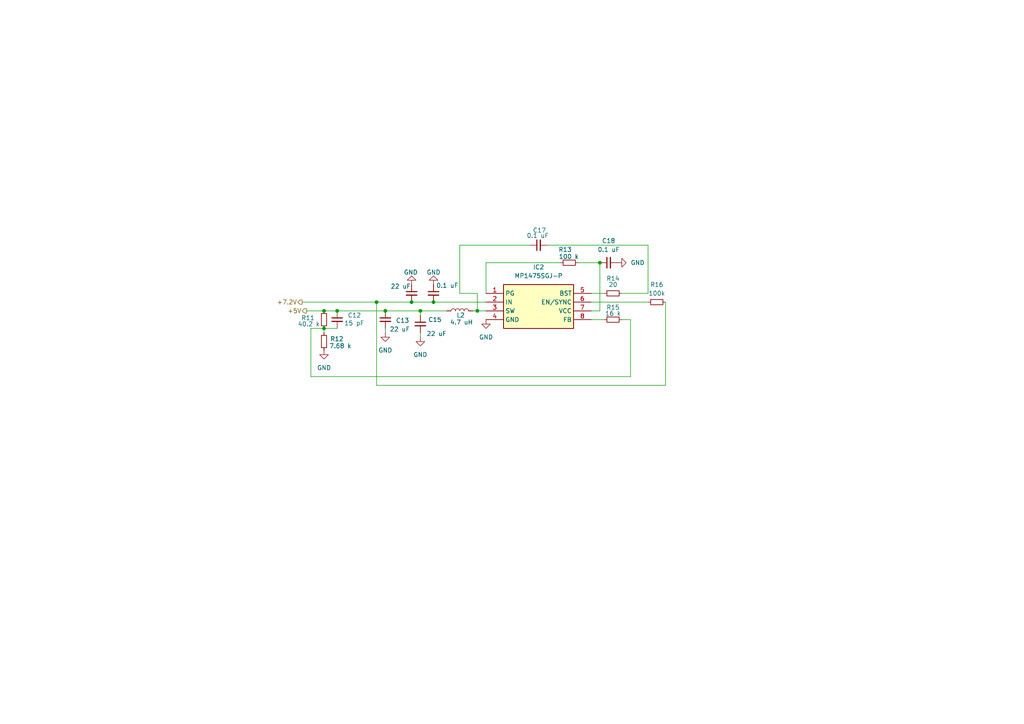
<source format=kicad_sch>
(kicad_sch (version 20231120) (generator "eeschema") (generator_version "8.0")
  (paper "A4")
  (lib_symbols
    (symbol "Device:C_Small" (pin_numbers hide) (pin_names (offset 0.254) hide)
      (property "Reference" "C" (at 0.254 1.778 0))
      (property "Value" "C_Small" (at 0.254 -2.032 0))
      (symbol "C_Small_0_1"
        (polyline (pts (xy -1.524 -0.508) (xy 1.524 -0.508)) (stroke (width 0.3302)))
        (polyline (pts (xy -1.524 0.508) (xy 1.524 0.508)) (stroke (width 0.3048)))
      )
      (symbol "C_Small_1_1"
        (pin passive line (at 0 2.54 270) (length 2.032) (name "~") (number "1"))
        (pin passive line (at 0 -2.54 90) (length 2.032) (name "~") (number "2"))
      )
    )
    (symbol "Device:L" (pin_numbers hide) (pin_names (offset 1.016) hide)
      (property "Reference" "L" (at -1.27 0 90))
      (property "Value" "L" (at 1.905 0 90))
      (symbol "L_0_1"
        (arc (start 0 -2.54) (mid 0.6323 -1.905) (end 0 -1.27))
        (arc (start 0 -1.27) (mid 0.6323 -0.635) (end 0 0))
        (arc (start 0 0) (mid 0.6323 0.635) (end 0 1.27))
        (arc (start 0 1.27) (mid 0.6323 1.905) (end 0 2.54))
      )
      (symbol "L_1_1"
        (pin passive line (at 0 3.81 270) (length 1.27) (name "1") (number "1"))
        (pin passive line (at 0 -3.81 90) (length 1.27) (name "2") (number "2"))
      )
    )
    (symbol "Device:R_Small" (pin_numbers hide) (pin_names (offset 0.254) hide)
      (property "Reference" "R" (at 0.762 0.508 0))
      (property "Value" "R_Small" (at 0.762 -1.016 0))
      (symbol "R_Small_0_1"
        (rectangle (start -0.762 1.778) (end 0.762 -1.778) (stroke (width 0.2032)))
      )
      (symbol "R_Small_1_1"
        (pin passive line (at 0 2.54 270) (length 0.762) (name "~") (number "1"))
        (pin passive line (at 0 -2.54 90) (length 0.762) (name "~") (number "2"))
      )
    )
    (symbol "MP1475SGJ-P:MP1475SGJ-P"
      (property "Reference" "IC" (at 26.67 7.62 0))
      (property "Value" "MP1475SGJ-P" (at 26.67 5.08 0))
      (symbol "MP1475SGJ-P_1_1"
        (rectangle (start 5.08 2.54) (end 25.4 -10.16) (stroke (width 0.254)) (fill (type background)))
        (pin passive line (at 0 0 0) (length 5.08) (name "PG") (number "1"))
        (pin passive line (at 0 -2.54 0) (length 5.08) (name "IN") (number "2"))
        (pin passive line (at 0 -5.08 0) (length 5.08) (name "SW") (number "3"))
        (pin passive line (at 0 -7.62 0) (length 5.08) (name "GND") (number "4"))
        (pin passive line (at 30.48 0 180) (length 5.08) (name "BST") (number "5"))
        (pin passive line (at 30.48 -2.54 180) (length 5.08) (name "EN/SYNC") (number "6"))
        (pin passive line (at 30.48 -5.08 180) (length 5.08) (name "VCC") (number "7"))
        (pin passive line (at 30.48 -7.62 180) (length 5.08) (name "FB") (number "8"))
      )
    )
    (symbol "power:GND" (power) (pin_numbers hide) (pin_names (offset 0) hide)
      (property "Value" "GND" (at 0 -3.81 0))
      (symbol "GND_0_1"
        (polyline (pts (xy 0 0) (xy 0 -1.27) (xy 1.27 -1.27) (xy 0 -2.54) (xy -1.27 -1.27) (xy 0 -1.27)))
      )
      (symbol "GND_1_1"
        (pin power_in line (at 0 0 270) (length 0) (name "~") (number "1"))
      )
    )
  )
  (junction (at 97.79 90.17))
  (junction (at 93.98 90.17))
  (junction (at 111.76 90.17))
  (junction (at 173.99 76.2))
  (junction (at 93.98 95.25))
  (junction (at 125.73 87.63))
  (junction (at 119.38 87.63))
  (junction (at 121.92 90.17))
  (junction (at 138.43 90.17))
  (junction (at 109.22 87.63))
  (wire (pts (xy 93.98 95.25) (xy 93.98 96.52)))
  (wire (pts (xy 97.79 90.17) (xy 111.76 90.17)))
  (wire (pts (xy 90.17 109.22) (xy 182.88 109.22)))
  (wire (pts (xy 111.76 96.52) (xy 111.76 95.25)))
  (wire (pts (xy 121.92 91.44) (xy 121.92 90.17)))
  (wire (pts (xy 138.43 85.09) (xy 138.43 90.17)))
  (wire (pts (xy 119.38 87.63) (xy 125.73 87.63)))
  (wire (pts (xy 140.97 76.2) (xy 140.97 85.09)))
  (wire (pts (xy 88.9 90.17) (xy 93.98 90.17)))
  (wire (pts (xy 90.17 95.25) (xy 90.17 109.22)))
  (wire (pts (xy 133.35 71.12) (xy 133.35 85.09)))
  (wire (pts (xy 90.17 95.25) (xy 93.98 95.25)))
  (wire (pts (xy 109.22 87.63) (xy 119.38 87.63)))
  (wire (pts (xy 162.56 76.2) (xy 140.97 76.2)))
  (wire (pts (xy 171.45 87.63) (xy 187.96 87.63)))
  (wire (pts (xy 93.98 90.17) (xy 97.79 90.17)))
  (wire (pts (xy 171.45 90.17) (xy 173.99 90.17)))
  (wire (pts (xy 87.63 87.63) (xy 109.22 87.63)))
  (wire (pts (xy 93.98 95.25) (xy 97.79 95.25)))
  (wire (pts (xy 187.96 85.09) (xy 180.34 85.09)))
  (wire (pts (xy 182.88 109.22) (xy 182.88 92.71)))
  (wire (pts (xy 171.45 85.09) (xy 175.26 85.09)))
  (wire (pts (xy 187.96 85.09) (xy 187.96 71.12)))
  (wire (pts (xy 137.16 90.17) (xy 138.43 90.17)))
  (wire (pts (xy 121.92 90.17) (xy 129.54 90.17)))
  (wire (pts (xy 193.04 111.76) (xy 109.22 111.76)))
  (wire (pts (xy 173.99 76.2) (xy 167.64 76.2)))
  (wire (pts (xy 121.92 96.52) (xy 121.92 97.79)))
  (wire (pts (xy 111.76 90.17) (xy 121.92 90.17)))
  (wire (pts (xy 125.73 87.63) (xy 140.97 87.63)))
  (wire (pts (xy 153.67 71.12) (xy 133.35 71.12)))
  (wire (pts (xy 171.45 92.71) (xy 175.26 92.71)))
  (wire (pts (xy 187.96 71.12) (xy 158.75 71.12)))
  (wire (pts (xy 133.35 85.09) (xy 138.43 85.09)))
  (wire (pts (xy 193.04 87.63) (xy 193.04 111.76)))
  (wire (pts (xy 173.99 90.17) (xy 173.99 76.2)))
  (wire (pts (xy 182.88 92.71) (xy 180.34 92.71)))
  (wire (pts (xy 138.43 90.17) (xy 140.97 90.17)))
  (wire (pts (xy 109.22 87.63) (xy 109.22 111.76)))
  (hierarchical_label "+5V" (shape output) (at 88.9 90.17 180))
  (hierarchical_label "+7.2V" (shape output) (at 87.63 87.63 180))
  (symbol (lib_id "Device:R_Small") (at 190.5 87.63 90) (unit 1)
    (property "Reference" "R16" (at 190.5 82.55 90))
    (property "Value" "100k" (at 190.5 85.09 90))
    (property "Description" "Resistor, small symbol" (effects (hide yes)))
  )
  (symbol (lib_id "power:GND") (at 121.92 97.79 0) (unit 1)
    (property "Reference" "#PWR026" (effects (hide yes)))
    (property "Value" "GND" (at 121.92 102.87 0))
    (property "Description" "Power symbol creates a global label with name \"GND\" , ground" (effects (hide yes)))
  )
  (symbol (lib_id "Device:C_Small") (at 121.92 93.98 0) (unit 1)
    (property "Reference" "C15" (at 124.206 92.71 0) (effects (justify left)))
    (property "Value" "22 uF" (at 123.698 96.774 0) (effects (justify left)))
    (property "Description" "Unpolarized capacitor, small symbol" (effects (hide yes)))
  )
  (symbol (lib_id "Device:C_Small") (at 156.21 71.12 90) (unit 1)
    (property "Reference" "C17" (at 156.464 66.802 90))
    (property "Value" "0.1 uF" (at 155.956 68.326 90))
    (property "Description" "Unpolarized capacitor, small symbol" (effects (hide yes)))
  )
  (symbol (lib_id "power:GND") (at 119.38 82.55 180) (unit 1)
    (property "Reference" "#PWR025" (effects (hide yes)))
    (property "Value" "GND" (at 117.094 78.994 0) (effects (justify right)))
    (property "Description" "Power symbol creates a global label with name \"GND\" , ground" (effects (hide yes)))
  )
  (symbol (lib_id "Device:L") (at 133.35 90.17 90) (unit 1)
    (property "Reference" "L2" (at 133.604 91.44 90))
    (property "Value" "4.7 uH" (at 133.858 93.472 90))
    (property "Description" "Inductor" (effects (hide yes)))
  )
  (symbol (lib_id "power:GND") (at 111.76 96.52 0) (unit 1)
    (property "Reference" "#PWR024" (effects (hide yes)))
    (property "Value" "GND" (at 111.76 101.6 0))
    (property "Description" "Power symbol creates a global label with name \"GND\" , ground" (effects (hide yes)))
  )
  (symbol (lib_id "Device:C_Small") (at 125.73 85.09 0) (unit 1)
    (property "Reference" "C16" (effects (hide yes)))
    (property "Value" "0.1 uF" (at 126.492 82.804 0) (effects (justify left)))
    (property "Description" "Unpolarized capacitor, small symbol" (effects (hide yes)))
  )
  (symbol (lib_id "Device:R_Small") (at 93.98 99.06 0) (unit 1)
    (property "Reference" "R12" (at 95.758 98.298 0) (effects (justify left)))
    (property "Value" "7.68 k" (at 95.504 100.33 0) (effects (justify left)))
    (property "Description" "Resistor, small symbol" (effects (hide yes)))
  )
  (symbol (lib_id "power:GND") (at 125.73 82.55 180) (unit 1)
    (property "Reference" "#PWR027" (effects (hide yes)))
    (property "Value" "GND" (at 123.698 78.994 0) (effects (justify right)))
    (property "Description" "Power symbol creates a global label with name \"GND\" , ground" (effects (hide yes)))
  )
  (symbol (lib_id "power:GND") (at 93.98 101.6 0) (unit 1)
    (property "Reference" "#PWR023" (effects (hide yes)))
    (property "Value" "GND" (at 93.98 106.68 0))
    (property "Description" "Power symbol creates a global label with name \"GND\" , ground" (effects (hide yes)))
  )
  (symbol (lib_id "Device:R_Small") (at 93.98 92.71 180) (unit 1)
    (property "Reference" "R11" (at 87.376 92.202 0) (effects (justify right)))
    (property "Value" "40.2 k" (at 86.36 93.98 0) (effects (justify right)))
    (property "Description" "Resistor, small symbol" (effects (hide yes)))
  )
  (symbol (lib_id "Device:R_Small") (at 165.1 76.2 270) (unit 1)
    (property "Reference" "R13" (at 165.862 72.39 90) (effects (justify right)))
    (property "Value" "100 k" (at 167.894 74.422 90) (effects (justify right)))
    (property "Description" "Resistor, small symbol" (effects (hide yes)))
  )
  (symbol (lib_id "power:GND") (at 140.97 92.71 0) (unit 1)
    (property "Reference" "#PWR028" (effects (hide yes)))
    (property "Value" "GND" (at 140.97 97.79 0))
    (property "Description" "Power symbol creates a global label with name \"GND\" , ground" (effects (hide yes)))
  )
  (symbol (lib_id "Device:R_Small") (at 177.8 92.71 90) (unit 1)
    (property "Reference" "R15" (at 177.8 89.154 90))
    (property "Value" "16 k" (at 177.8 90.932 90))
    (property "Description" "Resistor, small symbol" (effects (hide yes)))
  )
  (symbol (lib_id "Device:C_Small") (at 119.38 85.09 0) (unit 1)
    (property "Reference" "C14" (effects (hide yes)))
    (property "Value" "22 uF" (at 113.284 83.058 0) (effects (justify left)))
    (property "Description" "Unpolarized capacitor, small symbol" (effects (hide yes)))
  )
  (symbol (lib_id "Device:R_Small") (at 177.8 85.09 90) (unit 1)
    (property "Reference" "R14" (at 177.8 80.772 90))
    (property "Value" "20" (at 177.8 82.55 90))
    (property "Description" "Resistor, small symbol" (effects (hide yes)))
  )
  (symbol (lib_id "Device:C_Small") (at 176.53 76.2 90) (unit 1)
    (property "Reference" "C18" (at 176.5363 69.85 90))
    (property "Value" "0.1 uF" (at 176.5363 72.39 90))
    (property "Description" "Unpolarized capacitor, small symbol" (effects (hide yes)))
  )
  (symbol (lib_id "Device:C_Small") (at 97.79 92.71 0) (unit 1)
    (property "Reference" "C12" (at 100.838 91.44 0) (effects (justify left)))
    (property "Value" "15 pF" (at 99.822 93.726 0) (effects (justify left)))
    (property "Description" "Unpolarized capacitor, small symbol" (effects (hide yes)))
  )
  (symbol (lib_id "power:GND") (at 179.07 76.2 90) (unit 1)
    (property "Reference" "#PWR029" (effects (hide yes)))
    (property "Value" "GND" (at 182.88 76.1999 90) (effects (justify right)))
    (property "Description" "Power symbol creates a global label with name \"GND\" , ground" (effects (hide yes)))
  )
  (symbol (lib_id "Device:C_Small") (at 111.76 92.71 0) (unit 1)
    (property "Reference" "C13" (at 114.808 92.964 0) (effects (justify left)))
    (property "Value" "22 uF" (at 113.03 95.504 0) (effects (justify left)))
    (property "Description" "Unpolarized capacitor, small symbol" (effects (hide yes)))
  )
  (symbol (lib_id "MP1475SGJ-P:MP1475SGJ-P") (at 140.97 85.09 0) (unit 1)
    (property "Reference" "IC2" (at 156.21 77.47 0))
    (property "Value" "MP1475SGJ-P" (at 156.21 80.01 0))
    (property "Footprint" "SOT65P280X100-8N" (effects (hide yes)))
    (property "Datasheet" "http://media.digikey.com/pdf/Data%20Sheets/Monolithic%20Power%20PDF" (effects (hide yes)))
    (property "Description" "Switching Voltage Regulators 3A 16V 500kHz Synch Step-Down Conv W/PG" (effects (hide yes)))
    (property "Height" "1" (effects (hide yes)))
    (property "Manufacturer_Name" "Monolithic Power Systems (MPS)" (effects (hide yes)))
    (property "Manufacturer_Part_Number" "MP1475SGJ-P" (effects (hide yes)))
    (property "Mouser Part Number" "946-MP1475SGJ-P" (effects (hide yes)))
    (property "Mouser Price/Stock" "https://www.mouser.co.uk/ProductDetail/Monolithic-Power-Systems-MPS/MP1475SGJ-P?qs=FIQZoK1q933LtAjxu26L8w%3D%3D" (effects (hide yes)))
  )
)
</source>
